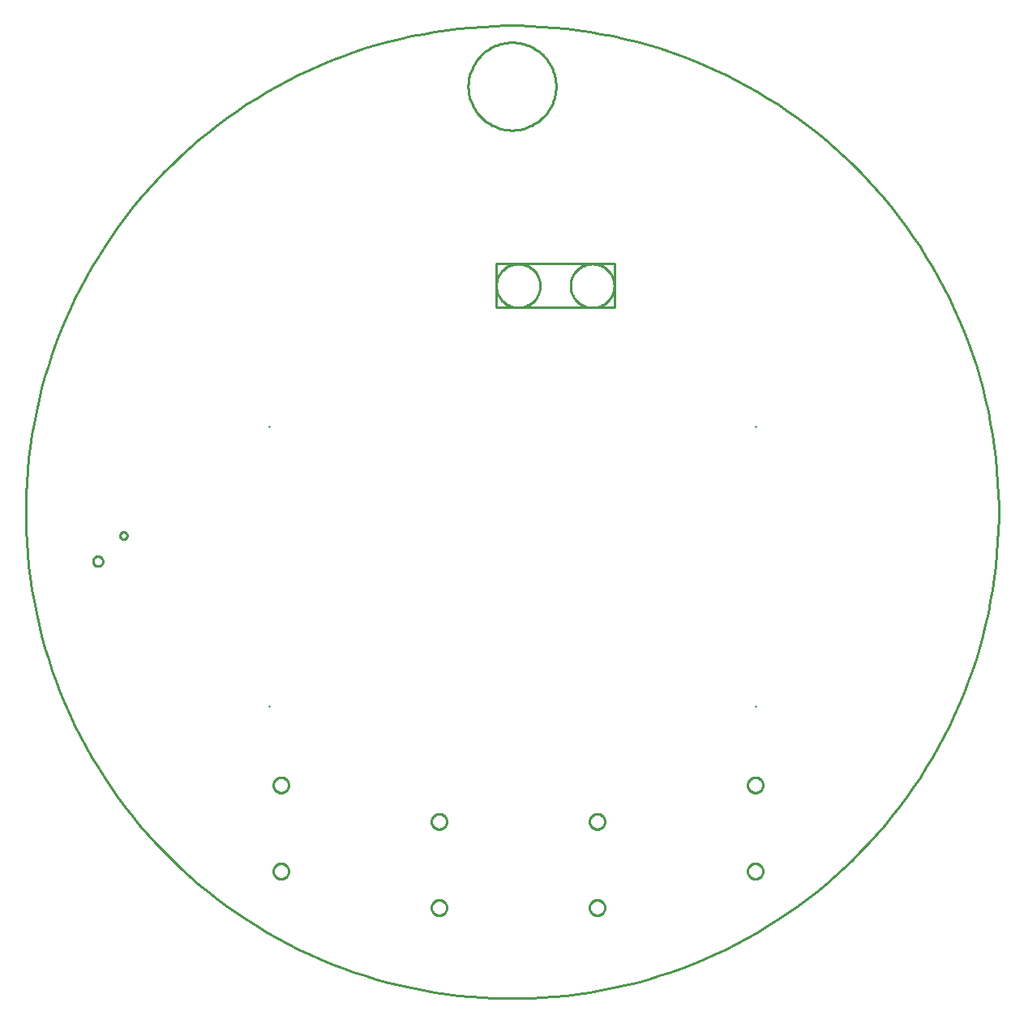
<source format=gbr>
G04 EAGLE Gerber X2 export*
%TF.Part,Single*%
%TF.FileFunction,Profile,NP*%
%TF.FilePolarity,Positive*%
%TF.GenerationSoftware,Autodesk,EAGLE,9.0.0*%
%TF.CreationDate,2018-05-04T20:30:49Z*%
G75*
%MOMM*%
%FSLAX34Y34*%
%LPD*%
%AMOC8*
5,1,8,0,0,1.08239X$1,22.5*%
G01*
%ADD10C,0.254000*%


D10*
X1041400Y565266D02*
X1041400Y577734D01*
X1041094Y590199D01*
X1040482Y602653D01*
X1039565Y615088D01*
X1038343Y627497D01*
X1036816Y639872D01*
X1034987Y652206D01*
X1032855Y664491D01*
X1030423Y676721D01*
X1027691Y688886D01*
X1024661Y700982D01*
X1021335Y712999D01*
X1017716Y724931D01*
X1013805Y736770D01*
X1009604Y748510D01*
X1005117Y760143D01*
X1000345Y771663D01*
X995292Y783062D01*
X989961Y794334D01*
X984355Y805471D01*
X978477Y816468D01*
X972331Y827317D01*
X965921Y838012D01*
X959250Y848546D01*
X952323Y858913D01*
X945143Y869108D01*
X937716Y879123D01*
X930044Y888953D01*
X922134Y898591D01*
X913990Y908033D01*
X905616Y917271D01*
X897019Y926302D01*
X888202Y935119D01*
X879171Y943716D01*
X869933Y952090D01*
X860491Y960234D01*
X850853Y968144D01*
X841023Y975816D01*
X831008Y983243D01*
X820813Y990423D01*
X810446Y997350D01*
X799912Y1004021D01*
X789217Y1010431D01*
X778368Y1016577D01*
X767371Y1022455D01*
X756234Y1028061D01*
X744962Y1033392D01*
X733563Y1038445D01*
X722043Y1043217D01*
X710410Y1047704D01*
X698670Y1051905D01*
X686831Y1055816D01*
X674899Y1059435D01*
X662882Y1062761D01*
X650786Y1065791D01*
X638621Y1068523D01*
X626391Y1070955D01*
X614106Y1073087D01*
X601772Y1074916D01*
X589397Y1076443D01*
X576988Y1077665D01*
X564553Y1078582D01*
X552099Y1079194D01*
X539634Y1079500D01*
X527166Y1079500D01*
X514701Y1079194D01*
X502247Y1078582D01*
X489812Y1077665D01*
X477403Y1076443D01*
X465028Y1074916D01*
X452694Y1073087D01*
X440409Y1070955D01*
X428180Y1068523D01*
X416014Y1065791D01*
X403919Y1062761D01*
X391901Y1059435D01*
X379969Y1055816D01*
X368130Y1051905D01*
X356390Y1047704D01*
X344757Y1043217D01*
X333237Y1038445D01*
X321838Y1033392D01*
X310566Y1028061D01*
X299429Y1022455D01*
X288432Y1016577D01*
X277583Y1010431D01*
X266888Y1004021D01*
X256354Y997350D01*
X245987Y990423D01*
X235792Y983243D01*
X225777Y975816D01*
X215947Y968144D01*
X206309Y960234D01*
X196867Y952090D01*
X187629Y943716D01*
X178598Y935119D01*
X169781Y926302D01*
X161184Y917271D01*
X152810Y908033D01*
X144666Y898591D01*
X136756Y888953D01*
X129084Y879123D01*
X121657Y869108D01*
X114477Y858913D01*
X107550Y848546D01*
X100879Y838012D01*
X94469Y827317D01*
X88323Y816468D01*
X82445Y805471D01*
X76839Y794334D01*
X71508Y783062D01*
X66455Y771663D01*
X61683Y760143D01*
X57196Y748510D01*
X52995Y736770D01*
X49084Y724931D01*
X45465Y712999D01*
X42139Y700982D01*
X39109Y688886D01*
X36377Y676721D01*
X33945Y664491D01*
X31813Y652206D01*
X29984Y639872D01*
X28457Y627497D01*
X27235Y615088D01*
X26318Y602653D01*
X25706Y590199D01*
X25400Y577734D01*
X25400Y565266D01*
X25706Y552801D01*
X26318Y540347D01*
X27235Y527912D01*
X28457Y515503D01*
X29984Y503128D01*
X31813Y490794D01*
X33945Y478509D01*
X36377Y466280D01*
X39109Y454114D01*
X42139Y442019D01*
X45465Y430001D01*
X49084Y418069D01*
X52995Y406230D01*
X57196Y394490D01*
X61683Y382857D01*
X66455Y371337D01*
X71508Y359938D01*
X76839Y348666D01*
X82445Y337529D01*
X88323Y326532D01*
X94469Y315683D01*
X100879Y304988D01*
X107550Y294454D01*
X114477Y284087D01*
X121657Y273892D01*
X129084Y263877D01*
X136756Y254047D01*
X144666Y244409D01*
X152810Y234967D01*
X161184Y225729D01*
X169781Y216698D01*
X178598Y207881D01*
X187629Y199284D01*
X196867Y190910D01*
X206309Y182766D01*
X215947Y174856D01*
X225777Y167184D01*
X235792Y159757D01*
X245987Y152577D01*
X256354Y145650D01*
X266888Y138979D01*
X277583Y132569D01*
X288432Y126423D01*
X299429Y120545D01*
X310566Y114939D01*
X321838Y109608D01*
X333237Y104555D01*
X344757Y99783D01*
X356390Y95296D01*
X368130Y91095D01*
X379969Y87184D01*
X391901Y83565D01*
X403919Y80239D01*
X416014Y77209D01*
X428180Y74477D01*
X440409Y72045D01*
X452694Y69913D01*
X465028Y68084D01*
X477403Y66557D01*
X489812Y65335D01*
X502247Y64418D01*
X514701Y63806D01*
X527166Y63500D01*
X539634Y63500D01*
X552099Y63806D01*
X564553Y64418D01*
X576988Y65335D01*
X589397Y66557D01*
X601772Y68084D01*
X614106Y69913D01*
X626391Y72045D01*
X638621Y74477D01*
X650786Y77209D01*
X662882Y80239D01*
X674899Y83565D01*
X686831Y87184D01*
X698670Y91095D01*
X710410Y95296D01*
X722043Y99783D01*
X733563Y104555D01*
X744962Y109608D01*
X756234Y114939D01*
X767371Y120545D01*
X778368Y126423D01*
X789217Y132569D01*
X799912Y138979D01*
X810446Y145650D01*
X820813Y152577D01*
X831008Y159757D01*
X841023Y167184D01*
X850853Y174856D01*
X860491Y182766D01*
X869933Y190910D01*
X879171Y199284D01*
X888202Y207881D01*
X897019Y216698D01*
X905616Y225729D01*
X913990Y234967D01*
X922134Y244409D01*
X930044Y254047D01*
X937716Y263877D01*
X945143Y273892D01*
X952323Y284087D01*
X959250Y294454D01*
X965921Y304988D01*
X972331Y315683D01*
X978477Y326532D01*
X984355Y337529D01*
X989961Y348666D01*
X995292Y359938D01*
X1000345Y371337D01*
X1005117Y382857D01*
X1009604Y394490D01*
X1013805Y406230D01*
X1017716Y418069D01*
X1021335Y430001D01*
X1024661Y442019D01*
X1027691Y454114D01*
X1030423Y466280D01*
X1032855Y478509D01*
X1034987Y490794D01*
X1036816Y503128D01*
X1038343Y515503D01*
X1039565Y527912D01*
X1040482Y540347D01*
X1041094Y552801D01*
X1041400Y565266D01*
X516890Y784860D02*
X640080Y784860D01*
X640080Y830580D01*
X516890Y830580D01*
X516890Y784860D01*
X579191Y1015053D02*
X579191Y1016947D01*
X579112Y1018838D01*
X578956Y1020725D01*
X578722Y1022603D01*
X578410Y1024471D01*
X578022Y1026323D01*
X577557Y1028159D01*
X577017Y1029973D01*
X576402Y1031763D01*
X575714Y1033527D01*
X574954Y1035261D01*
X574122Y1036961D01*
X573221Y1038626D01*
X572252Y1040253D01*
X571217Y1041837D01*
X570117Y1043378D01*
X568954Y1044872D01*
X567730Y1046317D01*
X566448Y1047709D01*
X565109Y1049048D01*
X563717Y1050330D01*
X562272Y1051554D01*
X560778Y1052717D01*
X559237Y1053817D01*
X557653Y1054852D01*
X556026Y1055821D01*
X554361Y1056722D01*
X552661Y1057554D01*
X550927Y1058314D01*
X549163Y1059002D01*
X547373Y1059617D01*
X545559Y1060157D01*
X543723Y1060622D01*
X541871Y1061010D01*
X540003Y1061322D01*
X538125Y1061556D01*
X536238Y1061712D01*
X534347Y1061791D01*
X532453Y1061791D01*
X530562Y1061712D01*
X528675Y1061556D01*
X526797Y1061322D01*
X524930Y1061010D01*
X523077Y1060622D01*
X521242Y1060157D01*
X519427Y1059617D01*
X517637Y1059002D01*
X515873Y1058314D01*
X514139Y1057554D01*
X512439Y1056722D01*
X510774Y1055821D01*
X509147Y1054852D01*
X507563Y1053817D01*
X506022Y1052717D01*
X504528Y1051554D01*
X503083Y1050330D01*
X501691Y1049048D01*
X500352Y1047709D01*
X499070Y1046317D01*
X497846Y1044872D01*
X496683Y1043378D01*
X495583Y1041837D01*
X494548Y1040253D01*
X493579Y1038626D01*
X492678Y1036961D01*
X491847Y1035261D01*
X491086Y1033527D01*
X490398Y1031763D01*
X489783Y1029973D01*
X489243Y1028159D01*
X488778Y1026323D01*
X488390Y1024471D01*
X488078Y1022603D01*
X487844Y1020725D01*
X487688Y1018838D01*
X487610Y1016947D01*
X487610Y1015053D01*
X487688Y1013162D01*
X487844Y1011275D01*
X488078Y1009397D01*
X488390Y1007530D01*
X488778Y1005677D01*
X489243Y1003842D01*
X489783Y1002027D01*
X490398Y1000237D01*
X491086Y998473D01*
X491847Y996739D01*
X492678Y995039D01*
X493579Y993374D01*
X494548Y991747D01*
X495583Y990163D01*
X496683Y988622D01*
X497846Y987128D01*
X499070Y985683D01*
X500352Y984291D01*
X501691Y982952D01*
X503083Y981670D01*
X504528Y980446D01*
X506022Y979283D01*
X507563Y978183D01*
X509147Y977148D01*
X510774Y976179D01*
X512439Y975278D01*
X514139Y974447D01*
X515873Y973686D01*
X517637Y972998D01*
X519427Y972383D01*
X521242Y971843D01*
X523077Y971378D01*
X524930Y970990D01*
X526797Y970678D01*
X528675Y970444D01*
X530562Y970288D01*
X532453Y970210D01*
X534347Y970210D01*
X536238Y970288D01*
X538125Y970444D01*
X540003Y970678D01*
X541871Y970990D01*
X543723Y971378D01*
X545559Y971843D01*
X547373Y972383D01*
X549163Y972998D01*
X550927Y973686D01*
X552661Y974447D01*
X554361Y975278D01*
X556026Y976179D01*
X557653Y977148D01*
X559237Y978183D01*
X560778Y979283D01*
X562272Y980446D01*
X563717Y981670D01*
X565109Y982952D01*
X566448Y984291D01*
X567730Y985683D01*
X568954Y987128D01*
X570117Y988622D01*
X571217Y990163D01*
X572252Y991747D01*
X573221Y993374D01*
X574122Y995039D01*
X574954Y996739D01*
X575714Y998473D01*
X576402Y1000237D01*
X577017Y1002027D01*
X577557Y1003842D01*
X578022Y1005677D01*
X578410Y1007530D01*
X578722Y1009397D01*
X578956Y1011275D01*
X579112Y1013162D01*
X579191Y1015053D01*
X562610Y807079D02*
X562610Y808361D01*
X562538Y809642D01*
X562394Y810917D01*
X562180Y812182D01*
X561894Y813432D01*
X561539Y814665D01*
X561115Y815876D01*
X560624Y817061D01*
X560068Y818216D01*
X559447Y819339D01*
X558765Y820425D01*
X558023Y821472D01*
X557223Y822474D01*
X556368Y823431D01*
X555461Y824338D01*
X554504Y825193D01*
X553502Y825993D01*
X552455Y826735D01*
X551369Y827417D01*
X550246Y828038D01*
X549091Y828594D01*
X547906Y829085D01*
X546695Y829509D01*
X545462Y829864D01*
X544212Y830150D01*
X542947Y830364D01*
X541672Y830508D01*
X540391Y830580D01*
X539109Y830580D01*
X537828Y830508D01*
X536553Y830364D01*
X535288Y830150D01*
X534038Y829864D01*
X532805Y829509D01*
X531594Y829085D01*
X530409Y828594D01*
X529254Y828038D01*
X528131Y827417D01*
X527045Y826735D01*
X525998Y825993D01*
X524996Y825193D01*
X524039Y824338D01*
X523132Y823431D01*
X522277Y822474D01*
X521477Y821472D01*
X520735Y820425D01*
X520053Y819339D01*
X519432Y818216D01*
X518876Y817061D01*
X518385Y815876D01*
X517961Y814665D01*
X517606Y813432D01*
X517320Y812182D01*
X517106Y810917D01*
X516962Y809642D01*
X516890Y808361D01*
X516890Y807079D01*
X516962Y805798D01*
X517106Y804523D01*
X517320Y803258D01*
X517606Y802008D01*
X517961Y800775D01*
X518385Y799564D01*
X518876Y798379D01*
X519432Y797224D01*
X520053Y796101D01*
X520735Y795015D01*
X521477Y793968D01*
X522277Y792966D01*
X523132Y792009D01*
X524039Y791102D01*
X524996Y790247D01*
X525998Y789447D01*
X527045Y788705D01*
X528131Y788023D01*
X529254Y787402D01*
X530409Y786846D01*
X531594Y786355D01*
X532805Y785931D01*
X534038Y785576D01*
X535288Y785290D01*
X536553Y785076D01*
X537828Y784932D01*
X539109Y784860D01*
X540391Y784860D01*
X541672Y784932D01*
X542947Y785076D01*
X544212Y785290D01*
X545462Y785576D01*
X546695Y785931D01*
X547906Y786355D01*
X549091Y786846D01*
X550246Y787402D01*
X551369Y788023D01*
X552455Y788705D01*
X553502Y789447D01*
X554504Y790247D01*
X555461Y791102D01*
X556368Y792009D01*
X557223Y792966D01*
X558023Y793968D01*
X558765Y795015D01*
X559447Y796101D01*
X560068Y797224D01*
X560624Y798379D01*
X561115Y799564D01*
X561539Y800775D01*
X561894Y802008D01*
X562180Y803258D01*
X562394Y804523D01*
X562538Y805798D01*
X562610Y807079D01*
X640080Y807079D02*
X640080Y808361D01*
X640008Y809642D01*
X639864Y810917D01*
X639650Y812182D01*
X639364Y813432D01*
X639009Y814665D01*
X638585Y815876D01*
X638094Y817061D01*
X637538Y818216D01*
X636917Y819339D01*
X636235Y820425D01*
X635493Y821472D01*
X634693Y822474D01*
X633838Y823431D01*
X632931Y824338D01*
X631974Y825193D01*
X630972Y825993D01*
X629925Y826735D01*
X628839Y827417D01*
X627716Y828038D01*
X626561Y828594D01*
X625376Y829085D01*
X624165Y829509D01*
X622932Y829864D01*
X621682Y830150D01*
X620417Y830364D01*
X619142Y830508D01*
X617861Y830580D01*
X616579Y830580D01*
X615298Y830508D01*
X614023Y830364D01*
X612758Y830150D01*
X611508Y829864D01*
X610275Y829509D01*
X609064Y829085D01*
X607879Y828594D01*
X606724Y828038D01*
X605601Y827417D01*
X604515Y826735D01*
X603468Y825993D01*
X602466Y825193D01*
X601509Y824338D01*
X600602Y823431D01*
X599747Y822474D01*
X598947Y821472D01*
X598205Y820425D01*
X597523Y819339D01*
X596902Y818216D01*
X596346Y817061D01*
X595855Y815876D01*
X595431Y814665D01*
X595076Y813432D01*
X594790Y812182D01*
X594576Y810917D01*
X594432Y809642D01*
X594360Y808361D01*
X594360Y807079D01*
X594432Y805798D01*
X594576Y804523D01*
X594790Y803258D01*
X595076Y802008D01*
X595431Y800775D01*
X595855Y799564D01*
X596346Y798379D01*
X596902Y797224D01*
X597523Y796101D01*
X598205Y795015D01*
X598947Y793968D01*
X599747Y792966D01*
X600602Y792009D01*
X601509Y791102D01*
X602466Y790247D01*
X603468Y789447D01*
X604515Y788705D01*
X605601Y788023D01*
X606724Y787402D01*
X607879Y786846D01*
X609064Y786355D01*
X610275Y785931D01*
X611508Y785576D01*
X612758Y785290D01*
X614023Y785076D01*
X615298Y784932D01*
X616579Y784860D01*
X617861Y784860D01*
X619142Y784932D01*
X620417Y785076D01*
X621682Y785290D01*
X622932Y785576D01*
X624165Y785931D01*
X625376Y786355D01*
X626561Y786846D01*
X627716Y787402D01*
X628839Y788023D01*
X629925Y788705D01*
X630972Y789447D01*
X631974Y790247D01*
X632931Y791102D01*
X633838Y792009D01*
X634693Y792966D01*
X635493Y793968D01*
X636235Y795015D01*
X636917Y796101D01*
X637538Y797224D01*
X638094Y798379D01*
X638585Y799564D01*
X639009Y800775D01*
X639364Y802008D01*
X639650Y803258D01*
X639864Y804523D01*
X640008Y805798D01*
X640080Y807079D01*
X279411Y660395D02*
X279405Y660389D01*
X279395Y660389D01*
X279389Y660395D01*
X279389Y660405D01*
X279395Y660411D01*
X279405Y660411D01*
X279411Y660405D01*
X279411Y660395D01*
X787411Y368295D02*
X787405Y368289D01*
X787395Y368289D01*
X787389Y368295D01*
X787389Y368305D01*
X787395Y368311D01*
X787405Y368311D01*
X787411Y368305D01*
X787411Y368295D01*
X787411Y660395D02*
X787405Y660389D01*
X787395Y660389D01*
X787389Y660395D01*
X787389Y660405D01*
X787395Y660411D01*
X787405Y660411D01*
X787411Y660405D01*
X787411Y660395D01*
X279411Y368295D02*
X279405Y368289D01*
X279395Y368289D01*
X279389Y368295D01*
X279389Y368305D01*
X279395Y368311D01*
X279405Y368311D01*
X279411Y368305D01*
X279411Y368295D01*
X279411Y660395D02*
X279405Y660389D01*
X279395Y660389D01*
X279389Y660395D01*
X279389Y660405D01*
X279395Y660411D01*
X279405Y660411D01*
X279411Y660405D01*
X279411Y660395D01*
X787411Y368295D02*
X787405Y368289D01*
X787395Y368289D01*
X787389Y368295D01*
X787389Y368305D01*
X787395Y368311D01*
X787405Y368311D01*
X787411Y368305D01*
X787411Y368295D01*
X787411Y660395D02*
X787405Y660389D01*
X787395Y660389D01*
X787389Y660395D01*
X787389Y660405D01*
X787395Y660411D01*
X787405Y660411D01*
X787411Y660405D01*
X787411Y660395D01*
X279411Y368295D02*
X279405Y368289D01*
X279395Y368289D01*
X279389Y368295D01*
X279389Y368305D01*
X279395Y368311D01*
X279405Y368311D01*
X279411Y368305D01*
X279411Y368295D01*
X465200Y247807D02*
X465123Y247025D01*
X464970Y246254D01*
X464741Y245502D01*
X464441Y244775D01*
X464070Y244082D01*
X463633Y243429D01*
X463135Y242821D01*
X462579Y242265D01*
X461971Y241767D01*
X461318Y241330D01*
X460625Y240959D01*
X459898Y240659D01*
X459146Y240430D01*
X458375Y240277D01*
X457593Y240200D01*
X456807Y240200D01*
X456025Y240277D01*
X455254Y240430D01*
X454502Y240659D01*
X453775Y240959D01*
X453082Y241330D01*
X452429Y241767D01*
X451821Y242265D01*
X451265Y242821D01*
X450767Y243429D01*
X450330Y244082D01*
X449959Y244775D01*
X449659Y245502D01*
X449430Y246254D01*
X449277Y247025D01*
X449200Y247807D01*
X449200Y248593D01*
X449277Y249375D01*
X449430Y250146D01*
X449659Y250898D01*
X449959Y251625D01*
X450330Y252318D01*
X450767Y252971D01*
X451265Y253579D01*
X451821Y254135D01*
X452429Y254633D01*
X453082Y255070D01*
X453775Y255441D01*
X454502Y255741D01*
X455254Y255970D01*
X456025Y256123D01*
X456807Y256200D01*
X457593Y256200D01*
X458375Y256123D01*
X459146Y255970D01*
X459898Y255741D01*
X460625Y255441D01*
X461318Y255070D01*
X461971Y254633D01*
X462579Y254135D01*
X463135Y253579D01*
X463633Y252971D01*
X464070Y252318D01*
X464441Y251625D01*
X464741Y250898D01*
X464970Y250146D01*
X465123Y249375D01*
X465200Y248593D01*
X465200Y247807D01*
X465200Y157807D02*
X465123Y157025D01*
X464970Y156254D01*
X464741Y155502D01*
X464441Y154775D01*
X464070Y154082D01*
X463633Y153429D01*
X463135Y152821D01*
X462579Y152265D01*
X461971Y151767D01*
X461318Y151330D01*
X460625Y150959D01*
X459898Y150659D01*
X459146Y150430D01*
X458375Y150277D01*
X457593Y150200D01*
X456807Y150200D01*
X456025Y150277D01*
X455254Y150430D01*
X454502Y150659D01*
X453775Y150959D01*
X453082Y151330D01*
X452429Y151767D01*
X451821Y152265D01*
X451265Y152821D01*
X450767Y153429D01*
X450330Y154082D01*
X449959Y154775D01*
X449659Y155502D01*
X449430Y156254D01*
X449277Y157025D01*
X449200Y157807D01*
X449200Y158593D01*
X449277Y159375D01*
X449430Y160146D01*
X449659Y160898D01*
X449959Y161625D01*
X450330Y162318D01*
X450767Y162971D01*
X451265Y163579D01*
X451821Y164135D01*
X452429Y164633D01*
X453082Y165070D01*
X453775Y165441D01*
X454502Y165741D01*
X455254Y165970D01*
X456025Y166123D01*
X456807Y166200D01*
X457593Y166200D01*
X458375Y166123D01*
X459146Y165970D01*
X459898Y165741D01*
X460625Y165441D01*
X461318Y165070D01*
X461971Y164633D01*
X462579Y164135D01*
X463135Y163579D01*
X463633Y162971D01*
X464070Y162318D01*
X464441Y161625D01*
X464741Y160898D01*
X464970Y160146D01*
X465123Y159375D01*
X465200Y158593D01*
X465200Y157807D01*
X630300Y247807D02*
X630223Y247025D01*
X630070Y246254D01*
X629841Y245502D01*
X629541Y244775D01*
X629170Y244082D01*
X628733Y243429D01*
X628235Y242821D01*
X627679Y242265D01*
X627071Y241767D01*
X626418Y241330D01*
X625725Y240959D01*
X624998Y240659D01*
X624246Y240430D01*
X623475Y240277D01*
X622693Y240200D01*
X621907Y240200D01*
X621125Y240277D01*
X620354Y240430D01*
X619602Y240659D01*
X618875Y240959D01*
X618182Y241330D01*
X617529Y241767D01*
X616921Y242265D01*
X616365Y242821D01*
X615867Y243429D01*
X615430Y244082D01*
X615059Y244775D01*
X614759Y245502D01*
X614530Y246254D01*
X614377Y247025D01*
X614300Y247807D01*
X614300Y248593D01*
X614377Y249375D01*
X614530Y250146D01*
X614759Y250898D01*
X615059Y251625D01*
X615430Y252318D01*
X615867Y252971D01*
X616365Y253579D01*
X616921Y254135D01*
X617529Y254633D01*
X618182Y255070D01*
X618875Y255441D01*
X619602Y255741D01*
X620354Y255970D01*
X621125Y256123D01*
X621907Y256200D01*
X622693Y256200D01*
X623475Y256123D01*
X624246Y255970D01*
X624998Y255741D01*
X625725Y255441D01*
X626418Y255070D01*
X627071Y254633D01*
X627679Y254135D01*
X628235Y253579D01*
X628733Y252971D01*
X629170Y252318D01*
X629541Y251625D01*
X629841Y250898D01*
X630070Y250146D01*
X630223Y249375D01*
X630300Y248593D01*
X630300Y247807D01*
X630300Y157807D02*
X630223Y157025D01*
X630070Y156254D01*
X629841Y155502D01*
X629541Y154775D01*
X629170Y154082D01*
X628733Y153429D01*
X628235Y152821D01*
X627679Y152265D01*
X627071Y151767D01*
X626418Y151330D01*
X625725Y150959D01*
X624998Y150659D01*
X624246Y150430D01*
X623475Y150277D01*
X622693Y150200D01*
X621907Y150200D01*
X621125Y150277D01*
X620354Y150430D01*
X619602Y150659D01*
X618875Y150959D01*
X618182Y151330D01*
X617529Y151767D01*
X616921Y152265D01*
X616365Y152821D01*
X615867Y153429D01*
X615430Y154082D01*
X615059Y154775D01*
X614759Y155502D01*
X614530Y156254D01*
X614377Y157025D01*
X614300Y157807D01*
X614300Y158593D01*
X614377Y159375D01*
X614530Y160146D01*
X614759Y160898D01*
X615059Y161625D01*
X615430Y162318D01*
X615867Y162971D01*
X616365Y163579D01*
X616921Y164135D01*
X617529Y164633D01*
X618182Y165070D01*
X618875Y165441D01*
X619602Y165741D01*
X620354Y165970D01*
X621125Y166123D01*
X621907Y166200D01*
X622693Y166200D01*
X623475Y166123D01*
X624246Y165970D01*
X624998Y165741D01*
X625725Y165441D01*
X626418Y165070D01*
X627071Y164633D01*
X627679Y164135D01*
X628235Y163579D01*
X628733Y162971D01*
X629170Y162318D01*
X629541Y161625D01*
X629841Y160898D01*
X630070Y160146D01*
X630223Y159375D01*
X630300Y158593D01*
X630300Y157807D01*
X300100Y285907D02*
X300023Y285125D01*
X299870Y284354D01*
X299641Y283602D01*
X299341Y282875D01*
X298970Y282182D01*
X298533Y281529D01*
X298035Y280921D01*
X297479Y280365D01*
X296871Y279867D01*
X296218Y279430D01*
X295525Y279059D01*
X294798Y278759D01*
X294046Y278530D01*
X293275Y278377D01*
X292493Y278300D01*
X291707Y278300D01*
X290925Y278377D01*
X290154Y278530D01*
X289402Y278759D01*
X288675Y279059D01*
X287982Y279430D01*
X287329Y279867D01*
X286721Y280365D01*
X286165Y280921D01*
X285667Y281529D01*
X285230Y282182D01*
X284859Y282875D01*
X284559Y283602D01*
X284330Y284354D01*
X284177Y285125D01*
X284100Y285907D01*
X284100Y286693D01*
X284177Y287475D01*
X284330Y288246D01*
X284559Y288998D01*
X284859Y289725D01*
X285230Y290418D01*
X285667Y291071D01*
X286165Y291679D01*
X286721Y292235D01*
X287329Y292733D01*
X287982Y293170D01*
X288675Y293541D01*
X289402Y293841D01*
X290154Y294070D01*
X290925Y294223D01*
X291707Y294300D01*
X292493Y294300D01*
X293275Y294223D01*
X294046Y294070D01*
X294798Y293841D01*
X295525Y293541D01*
X296218Y293170D01*
X296871Y292733D01*
X297479Y292235D01*
X298035Y291679D01*
X298533Y291071D01*
X298970Y290418D01*
X299341Y289725D01*
X299641Y288998D01*
X299870Y288246D01*
X300023Y287475D01*
X300100Y286693D01*
X300100Y285907D01*
X300100Y195907D02*
X300023Y195125D01*
X299870Y194354D01*
X299641Y193602D01*
X299341Y192875D01*
X298970Y192182D01*
X298533Y191529D01*
X298035Y190921D01*
X297479Y190365D01*
X296871Y189867D01*
X296218Y189430D01*
X295525Y189059D01*
X294798Y188759D01*
X294046Y188530D01*
X293275Y188377D01*
X292493Y188300D01*
X291707Y188300D01*
X290925Y188377D01*
X290154Y188530D01*
X289402Y188759D01*
X288675Y189059D01*
X287982Y189430D01*
X287329Y189867D01*
X286721Y190365D01*
X286165Y190921D01*
X285667Y191529D01*
X285230Y192182D01*
X284859Y192875D01*
X284559Y193602D01*
X284330Y194354D01*
X284177Y195125D01*
X284100Y195907D01*
X284100Y196693D01*
X284177Y197475D01*
X284330Y198246D01*
X284559Y198998D01*
X284859Y199725D01*
X285230Y200418D01*
X285667Y201071D01*
X286165Y201679D01*
X286721Y202235D01*
X287329Y202733D01*
X287982Y203170D01*
X288675Y203541D01*
X289402Y203841D01*
X290154Y204070D01*
X290925Y204223D01*
X291707Y204300D01*
X292493Y204300D01*
X293275Y204223D01*
X294046Y204070D01*
X294798Y203841D01*
X295525Y203541D01*
X296218Y203170D01*
X296871Y202733D01*
X297479Y202235D01*
X298035Y201679D01*
X298533Y201071D01*
X298970Y200418D01*
X299341Y199725D01*
X299641Y198998D01*
X299870Y198246D01*
X300023Y197475D01*
X300100Y196693D01*
X300100Y195907D01*
X795400Y285907D02*
X795323Y285125D01*
X795170Y284354D01*
X794941Y283602D01*
X794641Y282875D01*
X794270Y282182D01*
X793833Y281529D01*
X793335Y280921D01*
X792779Y280365D01*
X792171Y279867D01*
X791518Y279430D01*
X790825Y279059D01*
X790098Y278759D01*
X789346Y278530D01*
X788575Y278377D01*
X787793Y278300D01*
X787007Y278300D01*
X786225Y278377D01*
X785454Y278530D01*
X784702Y278759D01*
X783975Y279059D01*
X783282Y279430D01*
X782629Y279867D01*
X782021Y280365D01*
X781465Y280921D01*
X780967Y281529D01*
X780530Y282182D01*
X780159Y282875D01*
X779859Y283602D01*
X779630Y284354D01*
X779477Y285125D01*
X779400Y285907D01*
X779400Y286693D01*
X779477Y287475D01*
X779630Y288246D01*
X779859Y288998D01*
X780159Y289725D01*
X780530Y290418D01*
X780967Y291071D01*
X781465Y291679D01*
X782021Y292235D01*
X782629Y292733D01*
X783282Y293170D01*
X783975Y293541D01*
X784702Y293841D01*
X785454Y294070D01*
X786225Y294223D01*
X787007Y294300D01*
X787793Y294300D01*
X788575Y294223D01*
X789346Y294070D01*
X790098Y293841D01*
X790825Y293541D01*
X791518Y293170D01*
X792171Y292733D01*
X792779Y292235D01*
X793335Y291679D01*
X793833Y291071D01*
X794270Y290418D01*
X794641Y289725D01*
X794941Y288998D01*
X795170Y288246D01*
X795323Y287475D01*
X795400Y286693D01*
X795400Y285907D01*
X795400Y195907D02*
X795323Y195125D01*
X795170Y194354D01*
X794941Y193602D01*
X794641Y192875D01*
X794270Y192182D01*
X793833Y191529D01*
X793335Y190921D01*
X792779Y190365D01*
X792171Y189867D01*
X791518Y189430D01*
X790825Y189059D01*
X790098Y188759D01*
X789346Y188530D01*
X788575Y188377D01*
X787793Y188300D01*
X787007Y188300D01*
X786225Y188377D01*
X785454Y188530D01*
X784702Y188759D01*
X783975Y189059D01*
X783282Y189430D01*
X782629Y189867D01*
X782021Y190365D01*
X781465Y190921D01*
X780967Y191529D01*
X780530Y192182D01*
X780159Y192875D01*
X779859Y193602D01*
X779630Y194354D01*
X779477Y195125D01*
X779400Y195907D01*
X779400Y196693D01*
X779477Y197475D01*
X779630Y198246D01*
X779859Y198998D01*
X780159Y199725D01*
X780530Y200418D01*
X780967Y201071D01*
X781465Y201679D01*
X782021Y202235D01*
X782629Y202733D01*
X783282Y203170D01*
X783975Y203541D01*
X784702Y203841D01*
X785454Y204070D01*
X786225Y204223D01*
X787007Y204300D01*
X787793Y204300D01*
X788575Y204223D01*
X789346Y204070D01*
X790098Y203841D01*
X790825Y203541D01*
X791518Y203170D01*
X792171Y202733D01*
X792779Y202235D01*
X793335Y201679D01*
X793833Y201071D01*
X794270Y200418D01*
X794641Y199725D01*
X794941Y198998D01*
X795170Y198246D01*
X795323Y197475D01*
X795400Y196693D01*
X795400Y195907D01*
X130213Y544010D02*
X129823Y543710D01*
X129397Y543465D01*
X128943Y543276D01*
X128468Y543149D01*
X127981Y543085D01*
X127489Y543085D01*
X127002Y543149D01*
X126527Y543276D01*
X126073Y543465D01*
X125647Y543710D01*
X125257Y544010D01*
X124910Y544357D01*
X124610Y544747D01*
X124365Y545173D01*
X124176Y545627D01*
X124049Y546102D01*
X123985Y546589D01*
X123985Y547081D01*
X124049Y547568D01*
X124176Y548043D01*
X124365Y548497D01*
X124610Y548923D01*
X124910Y549313D01*
X125257Y549660D01*
X125647Y549960D01*
X126073Y550206D01*
X126527Y550394D01*
X127002Y550521D01*
X127489Y550585D01*
X127981Y550585D01*
X128468Y550521D01*
X128943Y550394D01*
X129397Y550206D01*
X129823Y549960D01*
X130213Y549660D01*
X130560Y549313D01*
X130860Y548923D01*
X131106Y548497D01*
X131294Y548043D01*
X131421Y547568D01*
X131485Y547081D01*
X131485Y546589D01*
X131421Y546102D01*
X131294Y545627D01*
X131106Y545173D01*
X130860Y544747D01*
X130560Y544357D01*
X130213Y544010D01*
X104369Y516044D02*
X103908Y515677D01*
X103408Y515363D01*
X102877Y515107D01*
X102321Y514912D01*
X101746Y514781D01*
X101160Y514715D01*
X100570Y514715D01*
X99984Y514781D01*
X99409Y514912D01*
X98853Y515107D01*
X98321Y515363D01*
X97822Y515677D01*
X97361Y516044D01*
X96944Y516461D01*
X96577Y516922D01*
X96263Y517421D01*
X96007Y517953D01*
X95812Y518509D01*
X95681Y519084D01*
X95615Y519670D01*
X95615Y520260D01*
X95681Y520846D01*
X95812Y521421D01*
X96007Y521977D01*
X96263Y522508D01*
X96577Y523008D01*
X96944Y523469D01*
X97361Y523886D01*
X97822Y524253D01*
X98321Y524567D01*
X98853Y524823D01*
X99409Y525018D01*
X99984Y525149D01*
X100570Y525215D01*
X101160Y525215D01*
X101746Y525149D01*
X102321Y525018D01*
X102877Y524823D01*
X103408Y524567D01*
X103908Y524253D01*
X104369Y523886D01*
X104786Y523469D01*
X105153Y523008D01*
X105467Y522508D01*
X105723Y521977D01*
X105918Y521421D01*
X106049Y520846D01*
X106115Y520260D01*
X106115Y519670D01*
X106049Y519084D01*
X105918Y518509D01*
X105723Y517953D01*
X105467Y517421D01*
X105153Y516922D01*
X104786Y516461D01*
X104369Y516044D01*
M02*

</source>
